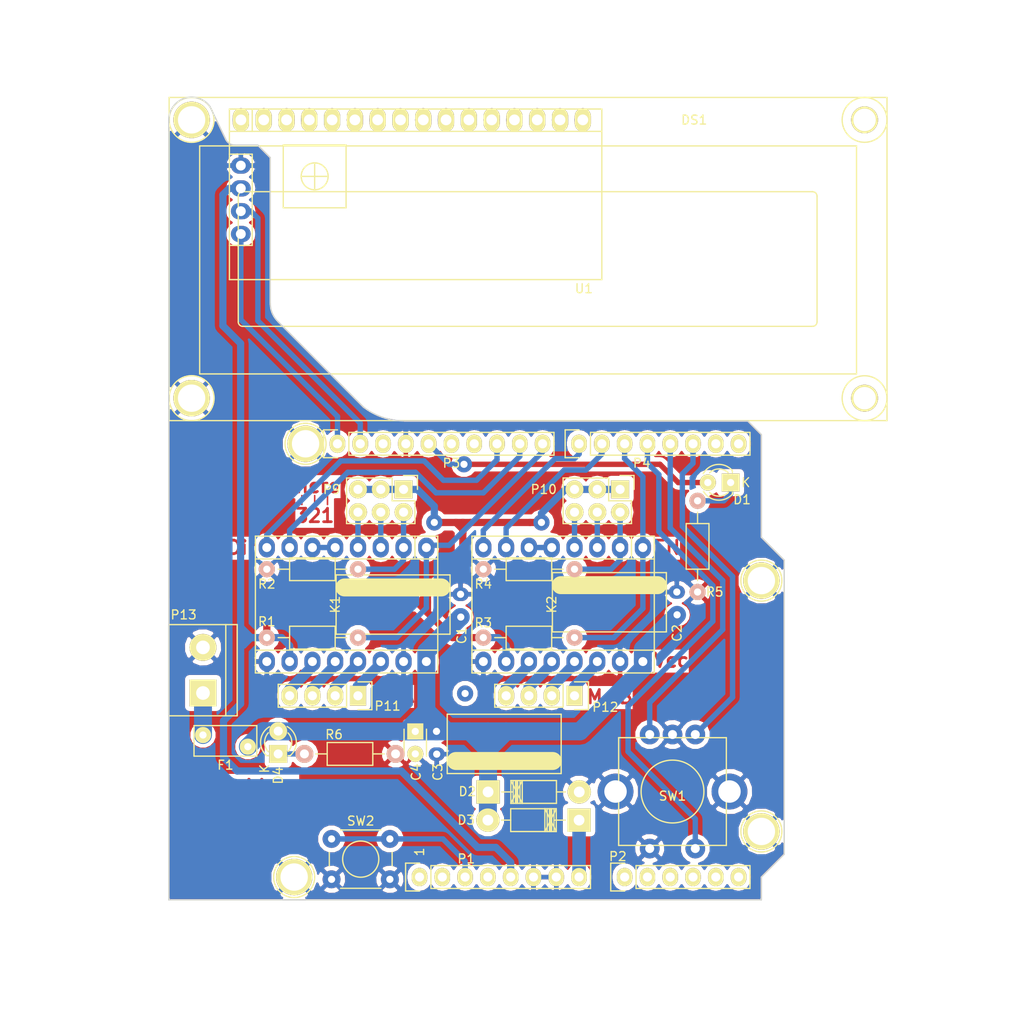
<source format=kicad_pcb>
(kicad_pcb (version 4) (host pcbnew 4.0.4+e1-6308~48~ubuntu14.04.1-stable)
  (title_block (title "Shield coil winder for arduino UNO") (date 2016-10-09) (rev v1.1) (comment 1 "Author : Jonathan IAPICCO ") (comment 2 "Correction footprint rotary encoder") (comment 3 "Adding power status LED"))
  (layers (0 F.Cu signal) (31 B.Cu signal) (37 F.SilkS user) (44 Edge.Cuts user))
  (net 0 "")
  (net 1 /IOREF)
  (net 2 +5V)
  (net 3 GND)
  (net 4 /A0)
  (net 5 /A1)
  (net 6 /A2)
  (net 7 /A3)
  (net 8 /AREF)
  (net 9 "/A4(SDA)")
  (net 10 "/A5(SCL)")
  (net 11 "/1(Tx)")
  (net 12 "/0(Rx)")
  (net 13 "Net-(P1-Pad1)")
  (net 14 "/12(MISO)")
  (net 15 "/11(**/MOSI)")
  (net 16 VCC)
  (net 17 "Net-(D1-Pad1)")
  (net 18 "/LED_13(SCK)")
  (net 19 Vin)
  (net 20 "Net-(DS1-Pad1)")
  (net 21 "Net-(DS1-Pad2)")
  (net 22 "Net-(DS1-Pad3)")
  (net 23 "Net-(DS1-Pad4)")
  (net 24 "Net-(DS1-Pad5)")
  (net 25 "Net-(DS1-Pad6)")
  (net 26 "Net-(DS1-Pad7)")
  (net 27 "Net-(DS1-Pad8)")
  (net 28 "Net-(DS1-Pad9)")
  (net 29 "Net-(DS1-Pad10)")
  (net 30 "Net-(DS1-Pad11)")
  (net 31 "Net-(DS1-Pad12)")
  (net 32 "Net-(DS1-Pad13)")
  (net 33 "Net-(DS1-Pad14)")
  (net 34 "Net-(DS1-Pad15)")
  (net 35 "Net-(DS1-Pad16)")
  (net 36 "Net-(F1-Pad1)")
  (net 37 "Net-(K1-Pad2)")
  (net 38 "Net-(K1-Pad3)")
  (net 39 "Net-(K1-Pad4)")
  (net 40 "Net-(K1-Pad5)")
  (net 41 "Net-(K1-Pad11)")
  (net 42 "Net-(K1-Pad12)")
  (net 43 "Net-(K1-Pad13)")
  (net 44 "Net-(K1-Pad14)")
  (net 45 "Net-(K2-Pad2)")
  (net 46 "Net-(K2-Pad3)")
  (net 47 "Net-(K2-Pad4)")
  (net 48 "Net-(K2-Pad5)")
  (net 49 "Net-(K2-Pad11)")
  (net 50 "Net-(K2-Pad12)")
  (net 51 "Net-(K2-Pad13)")
  (net 52 "Net-(K2-Pad14)")
  (net 53 RESET)
  (net 54 "Net-(P1-Pad4)")
  (net 55 /SW-ENC_4)
  (net 56 /IT_3)
  (net 57 /IT_2)
  (net 58 /A4)
  (net 59 /A5)
  (net 60 "Net-(D4-Pad1)")
  (net 61 /EN-A_8)
  (net 62 /STEP-A_9)
  (net 63 /DIR-A_10)
  (net 64 /EN-B_5)
  (net 65 /STEP-B_6)
  (net 66 /DIR-B_7)
  (module mod:Rotary_encoder-ALPS (layer F.Cu) (at 167.132 114.3)
    (fp_text reference SW1 (at 0 0.5) (layer F.SilkS))
    (fp_text value ROTARY_ENCODER_SWITCH)
    (pad 1 thru_hole circle (at 2.54 -6.35) (size 2.2 2.2) (drill 1) (layers *.Cu *.Mask) (net 57 /IT_2))
    (pad 2 thru_hole circle (at 0 -6.35) (size 2.2 2.2) (drill 1) (layers *.Cu *.Mask) (net 3 GND))
    (pad 3 thru_hole circle (at -2.54 -6.35) (size 2.2 2.2) (drill 1) (layers *.Cu *.Mask) (net 56 /IT_3))
    (pad 4 thru_hole circle (at 2.54 6.35) (size 2.2 2.2) (drill 1) (layers *.Cu *.Mask) (net 55 /SW-ENC_4))
    (pad 5 thru_hole circle (at -2.54 6.35) (size 2.2 2.2) (drill 1) (layers *.Cu *.Mask) (net 3 GND))
    (pad 5 thru_hole circle (at 6.35 0) (size 4 4) (drill 2.5) (layers *.Cu *.Mask) (net 3 GND))
    (pad 2 thru_hole circle (at -6.35 0) (size 4 4) (drill 2.5) (layers *.Cu *.Mask) (net 3 GND))
  )
  (module Socket_Arduino_Uno:Socket_Strip_Arduino_1x08 (layer F.Cu) (at 138.938 123.825)
    (fp_text reference P1 (at 5.207 -2.032) (layer F.SilkS))
    (fp_text value Power)
    (pad 1 thru_hole oval (at 0 0) (size 1.7272 2.032) (drill 1.016) (layers *.Cu *.Mask F.SilkS) (net 13 "Net-(P1-Pad1)"))
    (pad 2 thru_hole oval (at 2.54 0) (size 1.7272 2.032) (drill 1.016) (layers *.Cu *.Mask F.SilkS) (net 1 /IOREF))
    (pad 3 thru_hole oval (at 5.08 0) (size 1.7272 2.032) (drill 1.016) (layers *.Cu *.Mask F.SilkS) (net 53 RESET))
    (pad 4 thru_hole oval (at 7.62 0) (size 1.7272 2.032) (drill 1.016) (layers *.Cu *.Mask F.SilkS) (net 54 "Net-(P1-Pad4)"))
    (pad 5 thru_hole oval (at 10.16 0) (size 1.7272 2.032) (drill 1.016) (layers *.Cu *.Mask F.SilkS) (net 2 +5V))
    (pad 6 thru_hole oval (at 12.7 0) (size 1.7272 2.032) (drill 1.016) (layers *.Cu *.Mask F.SilkS) (net 3 GND))
    (pad 7 thru_hole oval (at 15.24 0) (size 1.7272 2.032) (drill 1.016) (layers *.Cu *.Mask F.SilkS) (net 3 GND))
    (pad 8 thru_hole oval (at 17.78 0) (size 1.7272 2.032) (drill 1.016) (layers *.Cu *.Mask F.SilkS) (net 19 Vin))
  )
  (module Socket_Arduino_Uno:Socket_Strip_Arduino_1x06 (layer F.Cu) (at 161.798 123.825)
    (fp_text reference P2 (at -0.762 -2.286) (layer F.SilkS))
    (fp_text value Analog)
    (pad 1 thru_hole oval (at 0 0) (size 1.7272 2.032) (drill 1.016) (layers *.Cu *.Mask F.SilkS) (net 4 /A0))
    (pad 2 thru_hole oval (at 2.54 0) (size 1.7272 2.032) (drill 1.016) (layers *.Cu *.Mask F.SilkS) (net 5 /A1))
    (pad 3 thru_hole oval (at 5.08 0) (size 1.7272 2.032) (drill 1.016) (layers *.Cu *.Mask F.SilkS) (net 6 /A2))
    (pad 4 thru_hole oval (at 7.62 0) (size 1.7272 2.032) (drill 1.016) (layers *.Cu *.Mask F.SilkS) (net 7 /A3))
    (pad 5 thru_hole oval (at 10.16 0) (size 1.7272 2.032) (drill 1.016) (layers *.Cu *.Mask F.SilkS) (net 58 /A4))
    (pad 6 thru_hole oval (at 12.7 0) (size 1.7272 2.032) (drill 1.016) (layers *.Cu *.Mask F.SilkS) (net 59 /A5))
  )
  (module Socket_Arduino_Uno:Socket_Strip_Arduino_1x10 (layer F.Cu) (at 129.794 75.565)
    (fp_text reference P3 (at 12.7 2.159) (layer F.SilkS))
    (fp_text value Digital)
    (pad 1 thru_hole oval (at 0 0) (size 1.7272 2.032) (drill 1.016) (layers *.Cu *.Mask F.SilkS) (net 10 "/A5(SCL)"))
    (pad 2 thru_hole oval (at 2.54 0) (size 1.7272 2.032) (drill 1.016) (layers *.Cu *.Mask F.SilkS) (net 9 "/A4(SDA)"))
    (pad 3 thru_hole oval (at 5.08 0) (size 1.7272 2.032) (drill 1.016) (layers *.Cu *.Mask F.SilkS) (net 8 /AREF))
    (pad 4 thru_hole oval (at 7.62 0) (size 1.7272 2.032) (drill 1.016) (layers *.Cu *.Mask F.SilkS) (net 3 GND))
    (pad 5 thru_hole oval (at 10.16 0) (size 1.7272 2.032) (drill 1.016) (layers *.Cu *.Mask F.SilkS) (net 18 "/LED_13(SCK)"))
    (pad 6 thru_hole oval (at 12.7 0) (size 1.7272 2.032) (drill 1.016) (layers *.Cu *.Mask F.SilkS) (net 14 "/12(MISO)"))
    (pad 7 thru_hole oval (at 15.24 0) (size 1.7272 2.032) (drill 1.016) (layers *.Cu *.Mask F.SilkS) (net 15 "/11(**/MOSI)"))
    (pad 8 thru_hole oval (at 17.78 0) (size 1.7272 2.032) (drill 1.016) (layers *.Cu *.Mask F.SilkS) (net 63 /DIR-A_10))
    (pad 9 thru_hole oval (at 20.32 0) (size 1.7272 2.032) (drill 1.016) (layers *.Cu *.Mask F.SilkS) (net 62 /STEP-A_9))
    (pad 10 thru_hole oval (at 22.86 0) (size 1.7272 2.032) (drill 1.016) (layers *.Cu *.Mask F.SilkS) (net 61 /EN-A_8))
  )
  (module Socket_Arduino_Uno:Socket_Strip_Arduino_1x08 (layer F.Cu) (at 156.718 75.565)
    (fp_text reference P4 (at 6.985 2.159) (layer F.SilkS))
    (fp_text value Digital)
    (pad 1 thru_hole oval (at 0 0) (size 1.7272 2.032) (drill 1.016) (layers *.Cu *.Mask F.SilkS) (net 66 /DIR-B_7))
    (pad 2 thru_hole oval (at 2.54 0) (size 1.7272 2.032) (drill 1.016) (layers *.Cu *.Mask F.SilkS) (net 65 /STEP-B_6))
    (pad 3 thru_hole oval (at 5.08 0) (size 1.7272 2.032) (drill 1.016) (layers *.Cu *.Mask F.SilkS) (net 64 /EN-B_5))
    (pad 4 thru_hole oval (at 7.62 0) (size 1.7272 2.032) (drill 1.016) (layers *.Cu *.Mask F.SilkS) (net 55 /SW-ENC_4))
    (pad 5 thru_hole oval (at 10.16 0) (size 1.7272 2.032) (drill 1.016) (layers *.Cu *.Mask F.SilkS) (net 56 /IT_3))
    (pad 6 thru_hole oval (at 12.7 0) (size 1.7272 2.032) (drill 1.016) (layers *.Cu *.Mask F.SilkS) (net 57 /IT_2))
    (pad 7 thru_hole oval (at 15.24 0) (size 1.7272 2.032) (drill 1.016) (layers *.Cu *.Mask F.SilkS) (net 11 "/1(Tx)"))
    (pad 8 thru_hole oval (at 17.78 0) (size 1.7272 2.032) (drill 1.016) (layers *.Cu *.Mask F.SilkS) (net 12 "/0(Rx)"))
  )
  (module Socket_Arduino_Uno:Arduino_1pin (layer F.Cu) (at 124.968 123.825)
    (fp_text reference P5 hide)
    (fp_text value CONN_01X01 hide)
    (pad 1 thru_hole circle (at 0 0) (size 4.064 4.064) (drill 3.048) (layers *.Cu *.Mask F.SilkS) (net 3 GND))
  )
  (module Socket_Arduino_Uno:Arduino_1pin (layer F.Cu) (at 177.038 118.745)
    (fp_text reference P6 hide)
    (fp_text value CONN_01X01 hide)
    (pad 1 thru_hole circle (at 0 0) (size 4.064 4.064) (drill 3.048) (layers *.Cu *.Mask F.SilkS) (net 3 GND))
  )
  (module Socket_Arduino_Uno:Arduino_1pin (layer F.Cu) (at 126.238 75.565)
    (fp_text reference P7 hide)
    (fp_text value CONN_01X01 hide)
    (pad 1 thru_hole circle (at 0 0) (size 4.064 4.064) (drill 3.048) (layers *.Cu *.Mask F.SilkS) (net 3 GND))
  )
  (module Socket_Arduino_Uno:Arduino_1pin (layer F.Cu) (at 177.038 90.805)
    (fp_text reference P8 hide)
    (fp_text value CONN_01X01 hide)
    (pad 1 thru_hole circle (at 0 0) (size 4.064 4.064) (drill 3.048) (layers *.Cu *.Mask F.SilkS) (net 3 GND))
  )
  (module Capacitors_ThroughHole:C_Disc_D3_P2.5 (layer F.Cu) (at 138.466 107.605 270)
    (fp_text reference C4 (at 4.536 -0.091 270) (layer F.SilkS))
    (fp_text value 100nF)
    (pad 1 thru_hole rect (at 0 0 270) (size 1.8 1.8) (drill 0.8) (layers *.Cu *.Mask F.SilkS) (net 16 VCC))
    (pad 2 thru_hole circle (at 2.5 0 270) (size 1.8 1.8) (drill 0.8) (layers *.Cu *.Mask F.SilkS) (net 3 GND))
  )
  (module LEDs:LED-3MM (layer F.Cu) (at 173.609 79.883 180)
    (fp_text reference D1 (at -1.27 -1.905 180) (layer F.SilkS))
    (fp_text value LED)
    (fp_text user K (at -1.69 0 180) (layer F.SilkS))
    (pad 1 thru_hole rect (at 0 0 270) (size 2 2) (drill 0.8) (layers *.Cu *.Mask F.SilkS) (net 17 "Net-(D1-Pad1)"))
    (pad 2 thru_hole circle (at 2.54 0 180) (size 1.8 1.8) (drill 0.8) (layers *.Cu *.Mask F.SilkS) (net 18 "/LED_13(SCK)"))
  )
  (module Diodes_ThroughHole:Diode_DO-41_SOD81_Horizontal_RM10 (layer F.Cu) (at 146.578 114.34754)
    (fp_text reference D2 (at -2.306 -0.04754) (layer F.SilkS))
    (fp_text value 1N4004)
    (pad 2 thru_hole circle (at 10.16 -0.00254 180) (size 2.6 2.6) (drill 1.2) (layers *.Cu *.Mask F.SilkS) (net 3 GND))
    (pad 1 thru_hole rect (at 0 -0.00254 180) (size 2.6 2.6) (drill 1.2) (layers *.Cu *.Mask F.SilkS) (net 16 VCC))
  )
  (module Diodes_ThroughHole:Diode_DO-41_SOD81_Horizontal_RM10 (layer F.Cu) (at 156.718 117.48246 180)
    (fp_text reference D3 (at 12.573 0.00746 180) (layer F.SilkS))
    (fp_text value 1N4004)
    (pad 2 thru_hole circle (at 10.16 -0.00254) (size 2.6 2.6) (drill 1.2) (layers *.Cu *.Mask F.SilkS) (net 16 VCC))
    (pad 1 thru_hole rect (at 0 -0.00254) (size 2.6 2.6) (drill 1.2) (layers *.Cu *.Mask F.SilkS) (net 19 Vin))
  )
  (module Display:WC1602A (layer F.Cu) (at 119.0371 39.4843)
    (fp_text reference DS1 (at 50.5079 0.0127) (layer F.SilkS))
    (fp_text value LCD16X2)
    (pad 1 thru_hole oval (at 0 0) (size 1.8 2.6) (drill 1.2) (layers *.Cu *.Mask F.SilkS) (net 20 "Net-(DS1-Pad1)"))
    (pad 2 thru_hole oval (at 2.54 0) (size 1.8 2.6) (drill 1.2) (layers *.Cu *.Mask F.SilkS) (net 21 "Net-(DS1-Pad2)"))
    (pad 3 thru_hole oval (at 5.08 0) (size 1.8 2.6) (drill 1.2) (layers *.Cu *.Mask F.SilkS) (net 22 "Net-(DS1-Pad3)"))
    (pad 4 thru_hole oval (at 7.62 0) (size 1.8 2.6) (drill 1.2) (layers *.Cu *.Mask F.SilkS) (net 23 "Net-(DS1-Pad4)"))
    (pad 5 thru_hole oval (at 10.16 0) (size 1.8 2.6) (drill 1.2) (layers *.Cu *.Mask F.SilkS) (net 24 "Net-(DS1-Pad5)"))
    (pad 6 thru_hole oval (at 12.7 0) (size 1.8 2.6) (drill 1.2) (layers *.Cu *.Mask F.SilkS) (net 25 "Net-(DS1-Pad6)"))
    (pad 7 thru_hole oval (at 15.24 0) (size 1.8 2.6) (drill 1.2) (layers *.Cu *.Mask F.SilkS) (net 26 "Net-(DS1-Pad7)"))
    (pad 8 thru_hole oval (at 17.78 0) (size 1.8 2.6) (drill 1.2) (layers *.Cu *.Mask F.SilkS) (net 27 "Net-(DS1-Pad8)"))
    (pad 9 thru_hole oval (at 20.32 0) (size 1.8 2.6) (drill 1.2) (layers *.Cu *.Mask F.SilkS) (net 28 "Net-(DS1-Pad9)"))
    (pad 10 thru_hole oval (at 22.86 0) (size 1.8 2.6) (drill 1.2) (layers *.Cu *.Mask F.SilkS) (net 29 "Net-(DS1-Pad10)"))
    (pad 11 thru_hole oval (at 25.4 0) (size 1.8 2.6) (drill 1.2) (layers *.Cu *.Mask F.SilkS) (net 30 "Net-(DS1-Pad11)"))
    (pad 12 thru_hole oval (at 27.94 0) (size 1.8 2.6) (drill 1.2) (layers *.Cu *.Mask F.SilkS) (net 31 "Net-(DS1-Pad12)"))
    (pad 13 thru_hole oval (at 30.48 0) (size 1.8 2.6) (drill 1.2) (layers *.Cu *.Mask F.SilkS) (net 32 "Net-(DS1-Pad13)"))
    (pad 14 thru_hole oval (at 33.02 0) (size 1.8 2.6) (drill 1.2) (layers *.Cu *.Mask F.SilkS) (net 33 "Net-(DS1-Pad14)"))
    (pad 15 thru_hole oval (at 35.56 0) (size 1.8 2.6) (drill 1.2) (layers *.Cu *.Mask F.SilkS) (net 34 "Net-(DS1-Pad15)"))
    (pad 16 thru_hole oval (at 38.1 0) (size 1.8 2.6) (drill 1.2) (layers *.Cu *.Mask F.SilkS) (net 35 "Net-(DS1-Pad16)"))
    (pad 0 thru_hole circle (at -5.4991 0) (size 4.064 4.064) (drill 3.048) (layers *.Cu *.Mask F.SilkS) (net 3 GND))
    (pad 0 thru_hole circle (at -5.4991 31.0007) (size 4.064 4.064) (drill 3.048) (layers *.Cu *.Mask F.SilkS) (net 3 GND))
    (pad 0 thru_hole circle (at 69.49948 31.0007) (size 3 3) (drill 2.5) (layers *.Cu *.Mask F.SilkS))
    (pad 0 thru_hole circle (at 69.49948 0) (size 3 3) (drill 2.5) (layers *.Cu *.Mask F.SilkS))
  )
  (module Varistors:RV_Disc_D7_W3.4_P5 (layer F.Cu) (at 114.808 108.005)
    (fp_text reference F1 (at 2.5 3.35) (layer F.SilkS))
    (fp_text value MF-R050)
    (pad 1 thru_hole circle (at 0 0) (size 1.8 1.8) (drill 0.8) (layers *.Cu *.Mask F.SilkS) (net 36 "Net-(F1-Pad1)"))
    (pad 2 thru_hole circle (at 5 1.3) (size 1.8 1.8) (drill 0.8) (layers *.Cu *.Mask F.SilkS) (net 16 VCC))
  )
  (module Resistors_ThroughHole:Resistor_Horizontal_RM10mm (layer F.Cu) (at 121.92 97.155)
    (fp_text reference R1 (at 0 -1.778) (layer F.SilkS))
    (fp_text value 10K)
    (pad 1 thru_hole circle (at 0 0) (size 1.8 1.8) (drill 0.8) (layers *.Cu *.SilkS *.Mask) (net 2 +5V))
    (pad 2 thru_hole circle (at 10.16 0) (size 1.8 1.8) (drill 0.8) (layers *.Cu *.SilkS *.Mask) (net 61 /EN-A_8))
  )
  (module Resistors_ThroughHole:Resistor_Horizontal_RM10mm (layer F.Cu) (at 132.08 89.535 180)
    (fp_text reference R2 (at 10.16 -1.651 180) (layer F.SilkS))
    (fp_text value 100K)
    (pad 1 thru_hole circle (at 0 0 180) (size 1.8 1.8) (drill 0.8) (layers *.Cu *.SilkS *.Mask) (net 37 "Net-(K1-Pad2)"))
    (pad 2 thru_hole circle (at 10.16 0 180) (size 1.8 1.8) (drill 0.8) (layers *.Cu *.SilkS *.Mask) (net 3 GND))
  )
  (module Resistors_ThroughHole:Resistor_Horizontal_RM10mm (layer F.Cu) (at 146.05 97.155)
    (fp_text reference R3 (at 0 -1.651 180) (layer F.SilkS))
    (fp_text value 10K)
    (pad 1 thru_hole circle (at 0 0) (size 1.8 1.8) (drill 0.8) (layers *.Cu *.SilkS *.Mask) (net 2 +5V))
    (pad 2 thru_hole circle (at 10.16 0) (size 1.8 1.8) (drill 0.8) (layers *.Cu *.SilkS *.Mask) (net 64 /EN-B_5))
  )
  (module Resistors_ThroughHole:Resistor_Horizontal_RM10mm (layer F.Cu) (at 156.21 89.535 180)
    (fp_text reference R4 (at 10.16 -1.651 180) (layer F.SilkS))
    (fp_text value 100K)
    (pad 1 thru_hole circle (at 0 0 180) (size 1.8 1.8) (drill 0.8) (layers *.Cu *.SilkS *.Mask) (net 45 "Net-(K2-Pad2)"))
    (pad 2 thru_hole circle (at 10.16 0 180) (size 1.8 1.8) (drill 0.8) (layers *.Cu *.SilkS *.Mask) (net 3 GND))
  )
  (module Resistors_ThroughHole:Resistor_Horizontal_RM10mm (layer F.Cu) (at 169.926 92.075 90)
    (fp_text reference R5 (at 0 1.905 180) (layer F.SilkS))
    (fp_text value 1K)
    (pad 1 thru_hole circle (at 0 0 90) (size 1.8 1.8) (drill 0.8) (layers *.Cu *.SilkS *.Mask) (net 3 GND))
    (pad 2 thru_hole circle (at 10.16 0 90) (size 1.8 1.8) (drill 0.8) (layers *.Cu *.SilkS *.Mask) (net 17 "Net-(D1-Pad1)"))
  )
  (module Buttons_Switches_ThroughHole:SW_PUSH_6mm (layer F.Cu) (at 129.136 119.579)
    (fp_text reference SW2 (at 3.25 -2) (layer F.SilkS))
    (fp_text value SW_PUSH)
    (pad 2 thru_hole circle (at 0 4.5 90) (size 2 2) (drill 0.8) (layers *.Cu *.Mask) (net 3 GND))
    (pad 1 thru_hole circle (at 0 0 90) (size 2 2) (drill 0.8) (layers *.Cu *.Mask) (net 53 RESET))
    (pad 2 thru_hole circle (at 6.5 4.5 90) (size 2 2) (drill 0.8) (layers *.Cu *.Mask) (net 3 GND))
    (pad 1 thru_hole circle (at 6.5 0 90) (size 2 2) (drill 0.8) (layers *.Cu *.Mask) (net 53 RESET))
  )
  (module mod:C_Horiz_15.5x6.5 (layer F.Cu) (at 143.5354 94.869 90)
    (fp_text reference C1 (at -2.032 0.1016 270) (layer F.SilkS))
    (fp_text value 100uF)
    (pad 1 thru_hole oval (at 0 0 90) (size 1.5 1.8) (drill 0.8) (layers *.Cu *.Mask) (net 16 VCC))
    (pad 2 thru_hole oval (at 2.54 -0.0254 90) (size 1.5 1.8) (drill 0.8) (layers *.Cu *.Mask) (net 3 GND))
  )
  (module mod:C_Horiz_15.5x6.5 (layer F.Cu) (at 167.64 94.615 90)
    (fp_text reference C2 (at -2.032 0 90) (layer F.SilkS))
    (fp_text value 100uF)
    (pad 1 thru_hole oval (at 0 0 90) (size 1.5 1.8) (drill 0.8) (layers *.Cu *.Mask) (net 16 VCC))
    (pad 2 thru_hole oval (at 2.54 -0.0254 90) (size 1.5 1.8) (drill 0.8) (layers *.Cu *.Mask) (net 3 GND))
  )
  (module mod:C_Horiz_15.5x6.5 (layer F.Cu) (at 140.8306 107.595 270)
    (fp_text reference C3 (at 4.546 -0.1394 270) (layer F.SilkS))
    (fp_text value 100uF)
    (pad 1 thru_hole oval (at 0 0 270) (size 1.5 1.8) (drill 0.8) (layers *.Cu *.Mask) (net 16 VCC))
    (pad 2 thru_hole oval (at 2.54 -0.0254 270) (size 1.5 1.8) (drill 0.8) (layers *.Cu *.Mask) (net 3 GND))
  )
  (module Connect:bornier2 (layer F.Cu) (at 114.808 100.785 90)
    (fp_text reference P13 (at 6.17 -2.159 180) (layer F.SilkS))
    (fp_text value ALIM_EXT)
    (pad 1 thru_hole rect (at -2.54 0 90) (size 3 3) (drill 1.524) (layers *.Cu *.Mask F.SilkS) (net 36 "Net-(F1-Pad1)"))
    (pad 2 thru_hole circle (at 2.54 0 90) (size 3 3) (drill 1.524) (layers *.Cu *.Mask F.SilkS) (net 3 GND))
  )
  (module mod:PCF8574_Board (layer F.Cu) (at 117.7544 57.277)
    (fp_text reference U1 (at 39.5 1) (layer F.SilkS))
    (fp_text value i2C_LCD-PCF8574)
    (pad 1 thru_hole circle (at 1.27 -17.78) (size 1.8 1.8) (drill 0.8) (layers *.Cu *.Mask) (net 20 "Net-(DS1-Pad1)"))
    (pad 17 thru_hole oval (at 1.27 -5.08) (size 2.2 1.8) (drill 1.1) (layers *.Cu *.Mask) (net 10 "/A5(SCL)"))
    (pad 2 thru_hole circle (at 3.81 -17.78) (size 1.8 1.8) (drill 0.8) (layers *.Cu *.Mask) (net 21 "Net-(DS1-Pad2)"))
    (pad 3 thru_hole circle (at 6.35 -17.78) (size 1.8 1.8) (drill 0.8) (layers *.Cu *.Mask) (net 22 "Net-(DS1-Pad3)"))
    (pad 4 thru_hole circle (at 8.89 -17.78) (size 1.8 1.8) (drill 0.8) (layers *.Cu *.Mask) (net 23 "Net-(DS1-Pad4)"))
    (pad 5 thru_hole circle (at 11.43 -17.78) (size 1.8 1.8) (drill 0.8) (layers *.Cu *.Mask) (net 24 "Net-(DS1-Pad5)"))
    (pad 6 thru_hole circle (at 13.97 -17.78) (size 1.8 1.8) (drill 0.8) (layers *.Cu *.Mask) (net 25 "Net-(DS1-Pad6)"))
    (pad 7 thru_hole circle (at 16.51 -17.78) (size 1.8 1.8) (drill 0.8) (layers *.Cu *.Mask) (net 26 "Net-(DS1-Pad7)"))
    (pad 8 thru_hole circle (at 19.05 -17.78) (size 1.8 1.8) (drill 0.8) (layers *.Cu *.Mask) (net 27 "Net-(DS1-Pad8)"))
    (pad 9 thru_hole circle (at 21.59 -17.78) (size 1.8 1.8) (drill 0.8) (layers *.Cu *.Mask) (net 28 "Net-(DS1-Pad9)"))
    (pad 10 thru_hole circle (at 24.13 -17.78) (size 1.8 1.8) (drill 0.8) (layers *.Cu *.Mask) (net 29 "Net-(DS1-Pad10)"))
    (pad 11 thru_hole circle (at 26.67 -17.78) (size 1.8 1.8) (drill 0.8) (layers *.Cu *.Mask) (net 30 "Net-(DS1-Pad11)"))
    (pad 12 thru_hole circle (at 29.21 -17.78) (size 1.8 1.8) (drill 0.8) (layers *.Cu *.Mask) (net 31 "Net-(DS1-Pad12)"))
    (pad 13 thru_hole circle (at 31.75 -17.78) (size 1.8 1.8) (drill 0.8) (layers *.Cu *.Mask) (net 32 "Net-(DS1-Pad13)"))
    (pad 14 thru_hole circle (at 34.29 -17.78) (size 1.8 1.8) (drill 0.8) (layers *.Cu *.Mask) (net 33 "Net-(DS1-Pad14)"))
    (pad 15 thru_hole circle (at 36.83 -17.78) (size 1.8 1.8) (drill 0.8) (layers *.Cu *.Mask) (net 34 "Net-(DS1-Pad15)"))
    (pad 16 thru_hole circle (at 39.37 -17.78) (size 1.8 1.8) (drill 0.8) (layers *.Cu *.Mask) (net 35 "Net-(DS1-Pad16)"))
    (pad 18 thru_hole oval (at 1.27 -7.62) (size 2.2 1.8) (drill 1.1) (layers *.Cu *.Mask) (net 9 "/A4(SDA)"))
    (pad 19 thru_hole oval (at 1.27 -10.16) (size 2.2 1.8) (drill 1.1) (layers *.Cu *.Mask) (net 2 +5V))
    (pad 20 thru_hole oval (at 1.27 -12.7) (size 2.2 1.8) (drill 1.1) (layers *.Cu *.Mask) (net 3 GND))
  )
  (module LEDs:LED-3MM (layer F.Cu) (at 123.19 110.109 90)
    (fp_text reference D4 (at -2.413 0 90) (layer F.SilkS))
    (fp_text value LED)
    (fp_text user K (at -1.651 -1.524 90) (layer F.SilkS))
    (pad 1 thru_hole rect (at 0 0 180) (size 2 2) (drill 1.00076) (layers *.Cu *.Mask F.SilkS) (net 60 "Net-(D4-Pad1)"))
    (pad 2 thru_hole circle (at 2.54 0 90) (size 2 2) (drill 1.00076) (layers *.Cu *.Mask F.SilkS) (net 16 VCC))
  )
  (module Resistors_ThroughHole:Resistor_Horizontal_RM10mm (layer F.Cu) (at 136.271 110.109 180)
    (fp_text reference R6 (at 6.858 2.159 180) (layer F.SilkS))
    (fp_text value 10K)
    (pad 1 thru_hole circle (at 0 0 180) (size 1.99898 1.99898) (drill 1.00076) (layers *.Cu *.SilkS *.Mask) (net 3 GND))
    (pad 2 thru_hole circle (at 10.16 0 180) (size 1.99898 1.99898) (drill 1.00076) (layers *.Cu *.SilkS *.Mask) (net 60 "Net-(D4-Pad1)"))
  )
  (module mod:Driver_Socket (layer F.Cu) (at 130.81 93.472 270)
    (fp_text reference K1 (at 0 1.27 270) (layer F.SilkS))
    (fp_text value SOCKET_DRIVER_A)
    (pad 1 thru_hole oval (at -6.35 -8.89 270) (size 2.2 1.8) (drill 1) (layers *.Cu *.Mask) (net 61 /EN-A_8))
    (pad 2 thru_hole oval (at -6.35 -6.35 270) (size 2.2 1.8) (drill 1) (layers *.Cu *.Mask) (net 37 "Net-(K1-Pad2)"))
    (pad 3 thru_hole oval (at -6.35 -3.81 270) (size 2.2 1.8) (drill 1) (layers *.Cu *.Mask) (net 38 "Net-(K1-Pad3)"))
    (pad 4 thru_hole oval (at -6.35 -1.27 270) (size 2.2 1.8) (drill 1) (layers *.Cu *.Mask) (net 39 "Net-(K1-Pad4)"))
    (pad 5 thru_hole oval (at -6.35 1.27 270) (size 2.2 1.8) (drill 1) (layers *.Cu *.Mask) (net 40 "Net-(K1-Pad5)"))
    (pad 6 thru_hole oval (at -6.35 3.81 270) (size 2.2 1.8) (drill 1) (layers *.Cu *.Mask) (net 40 "Net-(K1-Pad5)"))
    (pad 7 thru_hole oval (at -6.35 6.35 270) (size 2.2 1.8) (drill 1) (layers *.Cu *.Mask) (net 62 /STEP-A_9))
    (pad 8 thru_hole oval (at -6.35 8.89 270) (size 2.2 1.8) (drill 1) (layers *.Cu *.Mask) (net 63 /DIR-A_10))
    (pad 9 thru_hole oval (at 6.35 -8.89 270) (size 2.2 1.8) (drill 1) (layers *.Cu *.Mask) (net 16 VCC))
    (pad 10 thru_hole oval (at 6.35 -6.35 270) (size 2.2 1.8) (drill 1) (layers *.Cu *.Mask) (net 3 GND))
    (pad 11 thru_hole oval (at 6.35 -3.81 270) (size 2.2 1.8) (drill 1) (layers *.Cu *.Mask) (net 41 "Net-(K1-Pad11)"))
    (pad 12 thru_hole oval (at 6.35 -1.27 270) (size 2.2 1.8) (drill 1) (layers *.Cu *.Mask) (net 42 "Net-(K1-Pad12)"))
    (pad 13 thru_hole oval (at 6.35 1.27 270) (size 2.2 1.8) (drill 1) (layers *.Cu *.Mask) (net 43 "Net-(K1-Pad13)"))
    (pad 14 thru_hole oval (at 6.35 3.81 270) (size 2.2 1.8) (drill 1) (layers *.Cu *.Mask) (net 44 "Net-(K1-Pad14)"))
    (pad 15 thru_hole oval (at 6.35 6.35 270) (size 2.2 1.8) (drill 1) (layers *.Cu *.Mask) (net 2 +5V))
    (pad 16 thru_hole oval (at 6.35 8.89 270) (size 2.2 1.8) (drill 1) (layers *.Cu *.Mask) (net 3 GND))
  )
  (module mod:Driver_Socket (layer F.Cu) (at 154.94 93.472 270)
    (fp_text reference K2 (at 0 1.27 270) (layer F.SilkS))
    (fp_text value SOCKET_DRIVER_B)
    (pad 1 thru_hole oval (at -6.35 -8.89 270) (size 2.2 1.8) (drill 1) (layers *.Cu *.Mask) (net 64 /EN-B_5))
    (pad 2 thru_hole oval (at -6.35 -6.35 270) (size 2.2 1.8) (drill 1) (layers *.Cu *.Mask) (net 45 "Net-(K2-Pad2)"))
    (pad 3 thru_hole oval (at -6.35 -3.81 270) (size 2.2 1.8) (drill 1) (layers *.Cu *.Mask) (net 46 "Net-(K2-Pad3)"))
    (pad 4 thru_hole oval (at -6.35 -1.27 270) (size 2.2 1.8) (drill 1) (layers *.Cu *.Mask) (net 47 "Net-(K2-Pad4)"))
    (pad 5 thru_hole oval (at -6.35 1.27 270) (size 2.2 1.8) (drill 1) (layers *.Cu *.Mask) (net 48 "Net-(K2-Pad5)"))
    (pad 6 thru_hole oval (at -6.35 3.81 270) (size 2.2 1.8) (drill 1) (layers *.Cu *.Mask) (net 48 "Net-(K2-Pad5)"))
    (pad 7 thru_hole oval (at -6.35 6.35 270) (size 2.2 1.8) (drill 1) (layers *.Cu *.Mask) (net 65 /STEP-B_6))
    (pad 8 thru_hole oval (at -6.35 8.89 270) (size 2.2 1.8) (drill 1) (layers *.Cu *.Mask) (net 66 /DIR-B_7))
    (pad 9 thru_hole oval (at 6.35 -8.89 270) (size 2.2 1.8) (drill 1) (layers *.Cu *.Mask) (net 16 VCC))
    (pad 10 thru_hole oval (at 6.35 -6.35 270) (size 2.2 1.8) (drill 1) (layers *.Cu *.Mask) (net 3 GND))
    (pad 11 thru_hole oval (at 6.35 -3.81 270) (size 2.2 1.8) (drill 1) (layers *.Cu *.Mask) (net 49 "Net-(K2-Pad11)"))
    (pad 12 thru_hole oval (at 6.35 -1.27 270) (size 2.2 1.8) (drill 1) (layers *.Cu *.Mask) (net 50 "Net-(K2-Pad12)"))
    (pad 13 thru_hole oval (at 6.35 1.27 270) (size 2.2 1.8) (drill 1) (layers *.Cu *.Mask) (net 51 "Net-(K2-Pad13)"))
    (pad 14 thru_hole oval (at 6.35 3.81 270) (size 2.2 1.8) (drill 1) (layers *.Cu *.Mask) (net 52 "Net-(K2-Pad14)"))
    (pad 15 thru_hole oval (at 6.35 6.35 270) (size 2.2 1.8) (drill 1) (layers *.Cu *.Mask) (net 2 +5V))
    (pad 16 thru_hole oval (at 6.35 8.89 270) (size 2.2 1.8) (drill 1) (layers *.Cu *.Mask) (net 3 GND))
  )
  (module Pin_Headers:Pin_Header_Straight_2x03 (layer F.Cu) (at 137.16 80.645 270)
    (fp_text reference P9 (at 0 8.001 360) (layer F.SilkS))
    (fp_text value MicroSteps)
    (pad 1 thru_hole rect (at 0 0 270) (size 2 2) (drill 1.016) (layers *.Cu *.Mask F.SilkS) (net 2 +5V))
    (pad 2 thru_hole oval (at 2.54 0 270) (size 2 2) (drill 1.016) (layers *.Cu *.Mask F.SilkS) (net 37 "Net-(K1-Pad2)"))
    (pad 3 thru_hole oval (at 0 2.54 270) (size 2 2) (drill 1.016) (layers *.Cu *.Mask F.SilkS) (net 2 +5V))
    (pad 4 thru_hole oval (at 2.54 2.54 270) (size 2 2) (drill 1.016) (layers *.Cu *.Mask F.SilkS) (net 38 "Net-(K1-Pad3)"))
    (pad 5 thru_hole oval (at 0 5.08 270) (size 2 2) (drill 1.016) (layers *.Cu *.Mask F.SilkS) (net 2 +5V))
    (pad 6 thru_hole oval (at 2.54 5.08 270) (size 2 2) (drill 1.016) (layers *.Cu *.Mask F.SilkS) (net 39 "Net-(K1-Pad4)"))
  )
  (module Pin_Headers:Pin_Header_Straight_2x03 (layer F.Cu) (at 161.29 80.645 270)
    (fp_text reference P10 (at 0 8.509 360) (layer F.SilkS))
    (fp_text value MicroSteps)
    (pad 1 thru_hole rect (at 0 0 270) (size 2 2) (drill 1.016) (layers *.Cu *.Mask F.SilkS) (net 2 +5V))
    (pad 2 thru_hole oval (at 2.54 0 270) (size 2 2) (drill 1.016) (layers *.Cu *.Mask F.SilkS) (net 45 "Net-(K2-Pad2)"))
    (pad 3 thru_hole oval (at 0 2.54 270) (size 2 2) (drill 1.016) (layers *.Cu *.Mask F.SilkS) (net 2 +5V))
    (pad 4 thru_hole oval (at 2.54 2.54 270) (size 2 2) (drill 1.016) (layers *.Cu *.Mask F.SilkS) (net 46 "Net-(K2-Pad3)"))
    (pad 5 thru_hole oval (at 0 5.08 270) (size 2 2) (drill 1.016) (layers *.Cu *.Mask F.SilkS) (net 2 +5V))
    (pad 6 thru_hole oval (at 2.54 5.08 270) (size 2 2) (drill 1.016) (layers *.Cu *.Mask F.SilkS) (net 47 "Net-(K2-Pad4)"))
  )
  (module Pin_Headers:Pin_Header_Straight_1x04 (layer F.Cu) (at 132.08 103.632 270)
    (fp_text reference P11 (at 1.143 -3.302 360) (layer F.SilkS))
    (fp_text value MOTOR-A)
    (pad 1 thru_hole rect (at 0 0 270) (size 2.2 1.8) (drill 1.016) (layers *.Cu *.Mask F.SilkS) (net 41 "Net-(K1-Pad11)"))
    (pad 2 thru_hole oval (at 0 2.54 270) (size 2.2 1.8) (drill 1.016) (layers *.Cu *.Mask F.SilkS) (net 42 "Net-(K1-Pad12)"))
    (pad 3 thru_hole oval (at 0 5.08 270) (size 2.2 1.8) (drill 1.016) (layers *.Cu *.Mask F.SilkS) (net 43 "Net-(K1-Pad13)"))
    (pad 4 thru_hole oval (at 0 7.62 270) (size 2.2 1.8) (drill 1.016) (layers *.Cu *.Mask F.SilkS) (net 44 "Net-(K1-Pad14)"))
  )
  (module Pin_Headers:Pin_Header_Straight_1x04 (layer F.Cu) (at 156.21 103.632 270)
    (fp_text reference P12 (at 1.27 -3.429 360) (layer F.SilkS))
    (fp_text value MOTOR-B)
    (pad 1 thru_hole rect (at 0 0 270) (size 2.2 1.8) (drill 1.016) (layers *.Cu *.Mask F.SilkS) (net 49 "Net-(K2-Pad11)"))
    (pad 2 thru_hole oval (at 0 2.54 270) (size 2.2 1.8) (drill 1.016) (layers *.Cu *.Mask F.SilkS) (net 50 "Net-(K2-Pad12)"))
    (pad 3 thru_hole oval (at 0 5.08 270) (size 2.2 1.8) (drill 1.016) (layers *.Cu *.Mask F.SilkS) (net 51 "Net-(K2-Pad13)"))
    (pad 4 thru_hole oval (at 0 7.62 270) (size 2.2 1.8) (drill 1.016) (layers *.Cu *.Mask F.SilkS) (net 52 "Net-(K2-Pad14)"))
  )
  (gr_text ||| (at 127.254 81.788) (layer F.Cu) (effects (font (size 0.7 1.5) (thickness 0.175))))
  (gr_text 321 (at 127.254 83.566) (layer F.Cu) (effects (font (size 1.5 1.5) (thickness 0.3))))
  (gr_text Vcc (at 167.005 99.695) (layer F.Cu) (effects (font (size 1.5 1.5) (thickness 0.3))))
  (gr_text Micro (at 127.127 80.264) (layer F.Cu) (effects (font (size 1.5 1.5) (thickness 0.3))))
  (gr_text EN (at 166.497 87.122) (layer F.Cu) (effects (font (size 1.5 1.5) (thickness 0.3))))
  (gr_text Dir (at 119.126 87.122) (layer F.Cu) (effects (font (size 1.5 1.5) (thickness 0.3))))
  (gr_text M-B (at 160.147 103.759) (layer F.Cu) (effects (font (size 1.5 1.5) (thickness 0.3))))
  (gr_text M-A (at 135.89 103.632) (layer F.Cu) (effects (font (size 1.5 1.5) (thickness 0.3))))
  (gr_text gnd (at 113.157 94.107) (layer F.Cu) (effects (font (size 1.5 1.5) (thickness 0.3))))
  (gr_text + (at 112.014 107.061) (layer F.Cu) (effects (font (size 1.5 1.5) (thickness 0.3))))
  (gr_text "Shield :\nCoil Winder\nv1.1" (at 118.999 116.205) (layer F.Cu) (effects (font (size 1.5 1.5) (thickness 0.375) italic)))
  (gr_arc (start 125.095 59.944) (end 123.19 61.976) (angle 46.84761027) (layer Edge.Cuts) (width 0.15))
  (gr_arc (start 118.364 41.148) (end 118.364 42.291) (angle 63.43494882) (layer Edge.Cuts) (width 0.15))
  (gr_line (start 122.301 43.688) (end 120.904 42.291) (layer Edge.Cuts) (width 0.15))
  (gr_line (start 120.904 42.291) (end 118.364 42.291) (layer Edge.Cuts) (width 0.15))
  (gr_line (start 177.038 74.549) (end 175.514 73.025) (layer Edge.Cuts) (width 0.15))
  (gr_line (start 132.715 71.501) (end 123.19 61.976) (layer Edge.Cuts) (width 0.15))
  (gr_arc (start 137.287 65.405) (end 137.287 73.025) (angle 36.86989765) (layer Edge.Cuts) (width 0.15))
  (gr_line (start 122.301 43.688) (end 122.301 59.944) (layer Edge.Cuts) (width 0.15))
  (gr_line (start 175.514 73.025) (end 137.287 73.025) (layer Edge.Cuts) (width 0.15))
  (gr_line (start 177.038 85.979) (end 177.038 74.549) (layer Edge.Cuts) (width 0.15))
  (gr_line (start 179.578 88.519) (end 177.038 85.979) (layer Edge.Cuts) (width 0.15))
  (gr_line (start 179.578 121.285) (end 179.578 88.519) (layer Edge.Cuts) (width 0.15))
  (gr_arc (start 113.538 39.497) (end 110.998 39.497) (angle 143.1301024) (layer Edge.Cuts) (width 0.15))
  (gr_line (start 117.348 41.656) (end 115.57 37.973) (layer Edge.Cuts) (width 0.15))
  (gr_line (start 177.038 123.825) (end 179.578 121.285) (angle 90) (layer Edge.Cuts) (width 0.15))
  (gr_text 1 (at 138.938 121.031 90) (layer F.SilkS) (effects (font (size 1 1))))
  (gr_line (start 177.038 126.365) (end 177.038 123.825) (angle 90) (layer Edge.Cuts) (width 0.15))
  (gr_line (start 110.998 126.365) (end 177.038 126.365) (angle 90) (layer Edge.Cuts) (width 0.15))
  (gr_line (start 110.998 39.497) (end 110.998 126.365) (angle 90) (layer Edge.Cuts) (width 0.15))
  (via (at 144.018 103.378) (size 1.8) (drill 0.8) (layers F.Cu B.Cu) (net 0))
  (segment (start 149.098 123.825) (end 149.098 122.174) (width 0.8) (layer B.Cu) (net 2))
  (segment (start 136.906 112.014) (end 118.618 112.014) (width 0.8) (layer B.Cu) (net 2))
  (segment (start 149.098 122.174) (end 147.447 120.523) (width 0.8) (layer B.Cu) (net 2))
  (segment (start 147.447 120.523) (end 145.415 120.523) (width 0.8) (layer B.Cu) (net 2))
  (segment (start 118.618 112.014) (end 117.094 110.49) (width 0.8) (layer B.Cu) (net 2))
  (segment (start 117.094 106.426) (end 119 104.52) (width 0.8) (layer B.Cu) (net 2))
  (segment (start 145.415 120.523) (end 136.906 112.014) (width 0.8) (layer B.Cu) (net 2))
  (segment (start 117.094 110.49) (end 117.094 106.426) (width 0.8) (layer B.Cu) (net 2))
  (segment (start 119 104.52) (end 119 98.932) (width 0.8) (layer B.Cu) (net 2))
  (segment (start 119 98.932) (end 119 98) (width 0.8) (layer B.Cu) (net 2))
  (segment (start 119 98) (end 119 97) (width 0.8) (layer B.Cu) (net 2))
  (segment (start 119 97) (end 119 96) (width 0.8) (layer B.Cu) (net 2))
  (segment (start 121.92 97.155) (end 119.155 97.155) (width 0.8) (layer B.Cu) (net 2))
  (segment (start 119.155 97.155) (end 119 97) (width 0.8) (layer B.Cu) (net 2))
  (segment (start 119 98) (end 119.31 98) (width 0.8) (layer B.Cu) (net 2))
  (segment (start 119.31 98) (end 120.155 97.155) (width 0.8) (layer B.Cu) (net 2))
  (segment (start 121.92 97.155) (end 120.155 97.155) (width 0.8) (layer B.Cu) (net 2))
  (segment (start 120.155 97.155) (end 119 96) (width 0.8) (layer B.Cu) (net 2))
  (segment (start 119 96) (end 119 64.39) (width 0.8) (layer B.Cu) (net 2))
  (segment (start 119 64.39) (end 117.02439 62.41439) (width 0.8) (layer B.Cu) (net 2))
  (segment (start 117.02439 62.41439) (end 117.02439 47.82161) (width 0.8) (layer B.Cu) (net 2))
  (segment (start 117.02439 47.82161) (end 117.729 47.117) (width 0.8) (layer B.Cu) (net 2))
  (segment (start 117.729 47.117) (end 119.0244 47.117) (width 0.8) (layer B.Cu) (net 2))
  (segment (start 138.811 93.345) (end 124.079 93.345) (width 0.8) (layer F.Cu) (net 2))
  (segment (start 124.079 93.345) (end 121.92 95.504) (width 0.8) (layer F.Cu) (net 2))
  (segment (start 121.92 95.504) (end 121.92 97.155) (width 0.8) (layer F.Cu) (net 2))
  (segment (start 138.811 93.345) (end 139.827 94.361) (width 0.8) (layer F.Cu) (net 2))
  (segment (start 139.7 93.345) (end 138.811 93.345) (width 0.8) (layer F.Cu) (net 2))
  (segment (start 138.811 93.345) (end 139.827 92.329) (width 0.8) (layer F.Cu) (net 2))
  (segment (start 139.827 93.218) (end 139.7 93.345) (width 0.8) (layer F.Cu) (net 2))
  (segment (start 139.827 92.329) (end 139.827 93.218) (width 0.8) (layer F.Cu) (net 2))
  (segment (start 139.827 93.218) (end 139.827 94.361) (width 0.8) (layer F.Cu) (net 2))
  (segment (start 143.764 85.471) (end 143.764 88.392) (width 0.8) (layer F.Cu) (net 2))
  (segment (start 143.764 88.392) (end 139.827 92.329) (width 0.8) (layer F.Cu) (net 2))
  (segment (start 139.827 94.361) (end 142.621 97.155) (width 0.8) (layer F.Cu) (net 2))
  (segment (start 142.621 97.155) (end 146.05 97.155) (width 0.8) (layer F.Cu) (net 2))
  (segment (start 143.764 84.328) (end 144.653 84.328) (width 0.8) (layer F.Cu) (net 2))
  (segment (start 144.653 84.328) (end 151.254208 84.328) (width 0.8) (layer F.Cu) (net 2))
  (segment (start 143.764 85.471) (end 143.764 85.217) (width 0.8) (layer F.Cu) (net 2))
  (segment (start 143.764 85.217) (end 144.653 84.328) (width 0.8) (layer F.Cu) (net 2))
  (segment (start 143.764 85.09) (end 143.002 84.328) (width 0.8) (layer F.Cu) (net 2))
  (segment (start 143.764 84.328) (end 143.764 85.471) (width 0.8) (layer F.Cu) (net 2))
  (segment (start 143.764 84.328) (end 143.002 84.328) (width 0.8) (layer F.Cu) (net 2))
  (segment (start 143.002 84.328) (end 140.589 84.328) (width 0.8) (layer F.Cu) (net 2))
  (segment (start 143.764 85.471) (end 143.764 85.09) (width 0.8) (layer F.Cu) (net 2))
  (segment (start 140.589 83.055208) (end 140.589 84.328) (width 0.8) (layer B.Cu) (net 2))
  (segment (start 140.589 82.531069) (end 140.589 83.055208) (width 0.8) (layer B.Cu) (net 2))
  (segment (start 137.16 80.645) (end 138.702932 80.645) (width 0.8) (layer B.Cu) (net 2))
  (segment (start 138.702932 80.645) (end 140.589 82.531069) (width 0.8) (layer B.Cu) (net 2))
  (via (at 140.589 84.328) (size 1.8) (drill 0.8) (layers F.Cu B.Cu) (net 2))
  (segment (start 156.21 80.645) (end 155.194 80.645) (width 0.8) (layer B.Cu) (net 2))
  (segment (start 155.194 80.645) (end 152.527 83.312) (width 0.8) (layer B.Cu) (net 2))
  (segment (start 152.527 83.312) (end 152.527 84.328) (width 0.8) (layer B.Cu) (net 2))
  (segment (start 151.254208 84.328) (end 152.527 84.328) (width 0.8) (layer F.Cu) (net 2))
  (via (at 152.527 84.328) (size 1.8) (drill 0.8) (layers F.Cu B.Cu) (net 2))
  (segment (start 161.29 80.645) (end 158.75 80.645) (width 0.8) (layer B.Cu) (net 2))
  (segment (start 156.21 80.645) (end 158.75 80.645) (width 0.8) (layer B.Cu) (net 2))
  (segment (start 134.62 80.645) (end 132.08 80.645) (width 0.8) (layer B.Cu) (net 2))
  (segment (start 137.16 80.645) (end 134.62 80.645) (width 0.8) (layer B.Cu) (net 2))
  (segment (start 147.701 97.155) (end 148.59 98.044) (width 0.8) (layer B.Cu) (net 2))
  (segment (start 148.59 98.044) (end 148.59 99.695) (width 0.8) (layer B.Cu) (net 2))
  (segment (start 146.05 97.155) (end 147.701 97.155) (width 0.8) (layer B.Cu) (net 2))
  (segment (start 123.571 97.155) (end 124.46 98.044) (width 0.8) (layer B.Cu) (net 2))
  (segment (start 124.46 98.044) (end 124.46 99.695) (width 0.8) (layer B.Cu) (net 2))
  (segment (start 121.92 97.155) (end 123.571 97.155) (width 0.8) (layer B.Cu) (net 2))
  (segment (start 119.0244 47.117) (end 118.8244 47.117) (width 0.6) (layer B.Cu) (net 2))
  (segment (start 128.882 123.825) (end 129.136 124.079) (width 0.6) (layer B.Cu) (net 3))
  (segment (start 142.953 92.329) (end 143.51 92.329) (width 0.6) (layer B.Cu) (net 3))
  (segment (start 167.337 92.075) (end 167.6146 92.075) (width 0.6) (layer B.Cu) (net 3))
  (segment (start 177.038 118.745) (end 177.038 117.856) (width 0.6) (layer B.Cu) (net 3))
  (segment (start 138.462 110.109) (end 138.466 110.105) (width 0.6) (layer B.Cu) (net 3))
  (segment (start 173.482 114.3) (end 173.482 115.189) (width 0.6) (layer B.Cu) (net 3))
  (segment (start 141.006 110.135) (end 140.856 110.135) (width 0.6) (layer F.Cu) (net 3))
  (segment (start 156.758 114.365) (end 156.738 114.345) (width 0.6) (layer B.Cu) (net 3))
  (segment (start 140.826 110.105) (end 140.856 110.135) (width 0.6) (layer B.Cu) (net 3))
  (segment (start 132.334 75.565) (end 132.334 73.279) (width 0.6) (layer B.Cu) (net 9))
  (segment (start 120.92441 50.43941) (end 120.142 49.657) (width 0.6) (layer B.Cu) (net 9))
  (segment (start 120.142 49.657) (end 119.0244 49.657) (width 0.6) (layer B.Cu) (net 9))
  (segment (start 132.334 73.279) (end 120.92441 61.86941) (width 0.6) (layer B.Cu) (net 9))
  (segment (start 120.92441 61.86941) (end 120.92441 50.43941) (width 0.6) (layer B.Cu) (net 9))
  (segment (start 132.334 75.565) (end 132.334 75.4126) (width 0.6) (layer B.Cu) (net 9))
  (segment (start 119.0244 52.197) (end 119.0244 61.7474) (width 0.6) (layer B.Cu) (net 10))
  (segment (start 119.0244 61.7474) (end 129.794 72.517) (width 0.6) (layer B.Cu) (net 10))
  (segment (start 129.794 72.517) (end 129.794 75.565) (width 0.6) (layer B.Cu) (net 10))
  (segment (start 139.7 105.283) (end 139.7 98.679) (width 2) (layer B.Cu) (net 16))
  (segment (start 139.7 98.679) (end 143.51 94.869) (width 2) (layer B.Cu) (net 16))
  (segment (start 143.51 94.869) (end 143.5354 94.869) (width 2) (layer B.Cu) (net 16))
  (segment (start 123.19 107.569) (end 121.544 107.569) (width 2) (layer B.Cu) (net 16))
  (segment (start 121.544 107.569) (end 121.508 107.605) (width 2) (layer B.Cu) (net 16))
  (segment (start 163.83 98.425) (end 167.64 94.615) (width 2) (layer B.Cu) (net 16))
  (segment (start 146.558 107.595) (end 144.526 107.595) (width 2) (layer B.Cu) (net 16))
  (segment (start 144.526 107.595) (end 141.986 107.595) (width 2) (layer B.Cu) (net 16))
  (segment (start 146.558 109.982) (end 146.558 109.627) (width 2) (layer B.Cu) (net 16))
  (segment (start 146.558 109.627) (end 144.526 107.595) (width 2) (layer B.Cu) (net 16))
  (segment (start 146.558 109.982) (end 146.558 107.595) (width 2) (layer B.Cu) (net 16))
  (segment (start 148.59 107.595) (end 146.558 107.595) (width 2) (layer B.Cu) (net 16))
  (segment (start 146.558 111.025) (end 146.558 109.982) (width 2) (layer B.Cu) (net 16))
  (segment (start 156.819 107.595) (end 148.59 107.595) (width 2) (layer B.Cu) (net 16))
  (segment (start 146.558 109.627) (end 148.59 107.595) (width 2) (layer B.Cu) (net 16))
  (segment (start 146.578 114.345) (end 146.578 111.045) (width 2) (layer B.Cu) (net 16))
  (segment (start 146.578 111.045) (end 146.558 111.025) (width 2) (layer B.Cu) (net 16))
  (segment (start 163.83 99.695) (end 163.83 100.584) (width 2) (layer B.Cu) (net 16))
  (segment (start 163.83 100.584) (end 156.819 107.595) (width 2) (layer B.Cu) (net 16))
  (segment (start 138.466 107.605) (end 137.414 107.605) (width 2) (layer B.Cu) (net 16))
  (segment (start 137.922 107.605) (end 121.508 107.605) (width 2) (layer B.Cu) (net 16))
  (segment (start 139.7 105.283) (end 139.7 105.319) (width 2) (layer B.Cu) (net 16))
  (segment (start 139.7 105.319) (end 137.414 107.605) (width 2) (layer B.Cu) (net 16))
  (segment (start 139.7 105.283) (end 139.7 107.595) (width 2) (layer B.Cu) (net 16))
  (segment (start 141.986 107.595) (end 140.8306 107.595) (width 2) (layer B.Cu) (net 16))
  (segment (start 139.7 105.283) (end 139.7 105.309) (width 2) (layer B.Cu) (net 16))
  (segment (start 139.7 105.309) (end 141.986 107.595) (width 2) (layer B.Cu) (net 16))
  (segment (start 140.8306 107.595) (end 139.7 107.595) (width 2) (layer B.Cu) (net 16))
  (segment (start 139.7 107.595) (end 138.476 107.595) (width 2) (layer B.Cu) (net 16))
  (segment (start 138.476 107.595) (end 138.466 107.605) (width 2) (layer B.Cu) (net 16))
  (segment (start 121.498 107.615) (end 119.808 109.305) (width 2) (layer B.Cu) (net 16))
  (segment (start 121.508 107.605) (end 121.498 107.615) (width 2) (layer B.Cu) (net 16))
  (segment (start 163.83 99.695) (end 163.83 98.425) (width 2) (layer B.Cu) (net 16))
  (segment (start 146.558 117.485) (end 146.558 114.365) (width 2) (layer B.Cu) (net 16))
  (segment (start 146.558 114.365) (end 146.578 114.345) (width 2) (layer B.Cu) (net 16))
  (segment (start 170.434 81.915) (end 172.847 81.915) (width 0.6) (layer B.Cu) (net 17))
  (segment (start 172.847 81.915) (end 173.609 81.153) (width 0.6) (layer B.Cu) (net 17))
  (segment (start 173.609 81.153) (end 173.609 79.883) (width 0.6) (layer B.Cu) (net 17))
  (segment (start 143.891 77.851) (end 165.735 77.851) (width 0.6) (layer F.Cu) (net 18))
  (segment (start 165.735 77.851) (end 167.767 79.883) (width 0.6) (layer F.Cu) (net 18))
  (segment (start 167.767 79.883) (end 171.069 79.883) (width 0.6) (layer F.Cu) (net 18))
  (segment (start 139.954 75.565) (end 142.24 77.851) (width 0.6) (layer B.Cu) (net 18))
  (segment (start 142.24 77.851) (end 143.891 77.851) (width 0.6) (layer B.Cu) (net 18))
  (via (at 143.891 77.851) (size 1.8) (drill 0.8) (layers F.Cu B.Cu) (net 18))
  (segment (start 156.718 117.485) (end 156.718 123.825) (width 1.5) (layer B.Cu) (net 19))
  (segment (start 114.808 103.325) (end 114.808 108.005) (width 2) (layer B.Cu) (net 36))
  (segment (start 136.144 89.535) (end 137.16 88.519) (width 0.6) (layer B.Cu) (net 37))
  (segment (start 137.16 88.519) (end 137.16 86.995) (width 0.6) (layer B.Cu) (net 37))
  (segment (start 132.08 89.535) (end 136.144 89.535) (width 0.6) (layer B.Cu) (net 37))
  (segment (start 137.16 86.995) (end 137.16 83.185) (width 0.6) (layer B.Cu) (net 37))
  (segment (start 134.62 86.995) (end 134.62 83.185) (width 0.6) (layer B.Cu) (net 38))
  (segment (start 132.08 83.185) (end 132.08 86.995) (width 0.6) (layer B.Cu) (net 39))
  (segment (start 129.54 87.122) (end 127 87.122) (width 0.6) (layer B.Cu) (net 40))
  (segment (start 132.08 103.632) (end 132.08 102.616) (width 1.2) (layer B.Cu) (net 41))
  (segment (start 132.08 102.616) (end 134.62 100.076) (width 1.2) (layer B.Cu) (net 41))
  (segment (start 134.62 100.076) (end 134.62 99.695) (width 1.2) (layer B.Cu) (net 41))
  (segment (start 129.54 103.632) (end 129.54 102.655002) (width 1.2) (layer B.Cu) (net 42))
  (segment (start 129.54 102.655002) (end 132.08 100.115002) (width 1.2) (layer B.Cu) (net 42))
  (segment (start 132.08 100.115002) (end 132.08 99.695) (width 1.2) (layer B.Cu) (net 42))
  (segment (start 127 103.632) (end 127 102.790825) (width 1.2) (layer B.Cu) (net 43))
  (segment (start 127 102.790825) (end 129.54 100.250825) (width 1.2) (layer B.Cu) (net 43))
  (segment (start 129.54 100.250825) (end 129.54 99.695) (width 1.2) (layer B.Cu) (net 43))
  (segment (start 124.46 103.632) (end 124.46 102.926648) (width 1.2) (layer B.Cu) (net 44))
  (segment (start 124.46 102.926648) (end 127 100.386648) (width 1.2) (layer B.Cu) (net 44))
  (segment (start 127 100.386648) (end 127 99.695) (width 1.2) (layer B.Cu) (net 44))
  (segment (start 156.21 89.535) (end 160.274 89.535) (width 0.6) (layer B.Cu) (net 45))
  (segment (start 160.274 89.535) (end 161.29 88.519) (width 0.6) (layer B.Cu) (net 45))
  (segment (start 161.29 88.519) (end 161.29 86.995) (width 0.6) (layer B.Cu) (net 45))
  (segment (start 161.29 83.185) (end 161.29 86.995) (width 0.6) (layer B.Cu) (net 45))
  (segment (start 158.75 86.995) (end 158.75 83.185) (width 0.6) (layer B.Cu) (net 46))
  (segment (start 156.21 86.995) (end 156.21 83.185) (width 0.6) (layer B.Cu) (net 47))
  (segment (start 153.67 87.122) (end 151.13 87.122) (width 0.6) (layer B.Cu) (net 48))
  (segment (start 156.21 103.632) (end 156.21 102.616) (width 1.2) (layer B.Cu) (net 49))
  (segment (start 156.21 102.616) (end 158.75 100.076) (width 1.2) (layer B.Cu) (net 49))
  (segment (start 158.75 100.076) (end 158.75 99.695) (width 1.2) (layer B.Cu) (net 49))
  (segment (start 153.67 103.632) (end 153.67 102.655002) (width 1.2) (layer B.Cu) (net 50))
  (segment (start 153.67 102.655002) (end 156.21 100.115002) (width 1.2) (layer B.Cu) (net 50))
  (segment (start 156.21 100.115002) (end 156.21 99.695) (width 1.2) (layer B.Cu) (net 50))
  (segment (start 151.13 103.632) (end 151.13 102.655002) (width 1.2) (layer B.Cu) (net 51))
  (segment (start 151.13 102.655002) (end 153.67 100.115002) (width 1.2) (layer B.Cu) (net 51))
  (segment (start 153.67 100.115002) (end 153.67 99.695) (width 1.2) (layer B.Cu) (net 51))
  (segment (start 148.59 103.632) (end 148.59 102.790825) (width 1.2) (layer B.Cu) (net 52))
  (segment (start 148.59 102.790825) (end 151.13 100.250825) (width 1.2) (layer B.Cu) (net 52))
  (segment (start 151.13 100.250825) (end 151.13 99.695) (width 1.2) (layer B.Cu) (net 52))
  (segment (start 135.636 119.579) (end 141.55 119.579) (width 0.6) (layer B.Cu) (net 53))
  (segment (start 141.55 119.579) (end 144.018 122.047) (width 0.6) (layer B.Cu) (net 53))
  (segment (start 144.018 122.047) (end 144.018 123.825) (width 0.6) (layer B.Cu) (net 53))
  (segment (start 129.136 119.579) (end 130.550213 119.579) (width 0.6) (layer B.Cu) (net 53))
  (segment (start 130.550213 119.579) (end 135.636 119.579) (width 0.6) (layer B.Cu) (net 53))
  (segment (start 169.672 120.65) (end 169.672 117.348) (width 0.6) (layer B.Cu) (net 55))
  (segment (start 169.672 117.348) (end 162.179 109.855) (width 0.6) (layer B.Cu) (net 55))
  (segment (start 162.179 109.855) (end 162.179 104.780598) (width 0.6) (layer B.Cu) (net 55))
  (segment (start 162.179 104.780598) (end 171.626001 95.333597) (width 0.6) (layer B.Cu) (net 55))
  (segment (start 171.626001 95.333597) (end 171.626001 91.362001) (width 0.6) (layer B.Cu) (net 55))
  (segment (start 171.626001 91.362001) (end 165.608 85.344) (width 0.6) (layer B.Cu) (net 55))
  (segment (start 165.608 85.344) (end 165.608 78.994) (width 0.6) (layer B.Cu) (net 55))
  (segment (start 165.608 78.994) (end 164.338 77.724) (width 0.6) (layer B.Cu) (net 55))
  (segment (start 164.338 77.724) (end 164.338 75.565) (width 0.6) (layer B.Cu) (net 55))
  (segment (start 172.726012 96.259988) (end 164.592 104.394) (width 0.6) (layer B.Cu) (net 56))
  (segment (start 172.726012 90.80336) (end 172.726012 96.259988) (width 0.6) (layer B.Cu) (net 56))
  (segment (start 164.592 106.394366) (end 164.592 107.95) (width 0.6) (layer B.Cu) (net 56))
  (segment (start 164.592 104.394) (end 164.592 106.394366) (width 0.6) (layer B.Cu) (net 56))
  (segment (start 166.878 84.955348) (end 172.726012 90.80336) (width 0.6) (layer B.Cu) (net 56))
  (segment (start 166.878 75.565) (end 166.878 84.955348) (width 0.6) (layer B.Cu) (net 56))
  (segment (start 169.418 75.565) (end 169.418 77.724) (width 0.6) (layer B.Cu) (net 57))
  (segment (start 169.418 77.724) (end 168.225999 78.916001) (width 0.6) (layer B.Cu) (net 57))
  (segment (start 168.225999 84.747697) (end 173.826023 90.347721) (width 0.6) (layer B.Cu) (net 57))
  (segment (start 168.225999 78.916001) (end 168.225999 84.747697) (width 0.6) (layer B.Cu) (net 57))
  (segment (start 173.826023 103.795977) (end 170.771999 106.850001) (width 0.6) (layer B.Cu) (net 57))
  (segment (start 173.826023 90.347721) (end 173.826023 103.795977) (width 0.6) (layer B.Cu) (net 57))
  (segment (start 170.771999 106.850001) (end 169.672 107.95) (width 0.6) (layer B.Cu) (net 57))
  (segment (start 123.19 110.109) (end 126.111 110.109) (width 0.6) (layer B.Cu) (net 60))
  (segment (start 136.398 97.155) (end 132.08 97.155) (width 0.6) (layer B.Cu) (net 61))
  (segment (start 139.7 93.853) (end 136.398 97.155) (width 0.6) (layer B.Cu) (net 61))
  (segment (start 139.827 86.868) (end 139.7 86.995) (width 0.6) (layer B.Cu) (net 61))
  (segment (start 142.24 86.868) (end 139.827 86.868) (width 0.6) (layer B.Cu) (net 61))
  (segment (start 152.654 76.454) (end 142.24 86.868) (width 0.6) (layer B.Cu) (net 61))
  (segment (start 152.654 75.565) (end 152.654 76.454) (width 0.6) (layer B.Cu) (net 61))
  (segment (start 139.7 86.995) (end 139.7 93.853) (width 0.6) (layer B.Cu) (net 61))
  (segment (start 150.114 75.565) (end 150.114 76.962) (width 0.6) (layer B.Cu) (net 62))
  (segment (start 150.114 76.962) (end 146.05 81.026) (width 0.6) (layer B.Cu) (net 62))
  (segment (start 146.05 81.026) (end 140.781002 81.026) (width 0.6) (layer B.Cu) (net 62))
  (segment (start 140.781002 81.026) (end 138.495002 78.74) (width 0.6) (layer B.Cu) (net 62))
  (segment (start 138.495002 78.74) (end 130.937 78.74) (width 0.6) (layer B.Cu) (net 62))
  (segment (start 130.937 78.74) (end 124.46 85.217) (width 0.6) (layer B.Cu) (net 62))
  (segment (start 124.46 85.217) (end 124.46 86.995) (width 0.6) (layer B.Cu) (net 62))
  (segment (start 147.574 75.565) (end 147.574 77.343) (width 0.6) (layer B.Cu) (net 63))
  (segment (start 147.574 77.343) (end 145.288 79.629) (width 0.6) (layer B.Cu) (net 63))
  (segment (start 145.288 79.629) (end 141.605 79.629) (width 0.6) (layer B.Cu) (net 63))
  (segment (start 141.605 79.629) (end 139.446 77.47) (width 0.6) (layer B.Cu) (net 63))
  (segment (start 139.446 77.47) (end 130.175 77.47) (width 0.6) (layer B.Cu) (net 63))
  (segment (start 130.175 77.47) (end 121.92 85.725) (width 0.6) (layer B.Cu) (net 63))
  (segment (start 121.92 85.725) (end 121.92 86.995) (width 0.6) (layer B.Cu) (net 63))
  (segment (start 163.83 87.122) (end 163.83 93.91) (width 0.6) (layer B.Cu) (net 64))
  (segment (start 163.83 93.91) (end 160.585 97.155) (width 0.6) (layer B.Cu) (net 64))
  (segment (start 160.585 97.155) (end 156.21 97.155) (width 0.6) (layer B.Cu) (net 64))
  (segment (start 163.83 87.122) (end 163.83 79.248) (width 0.6) (layer B.Cu) (net 64))
  (segment (start 163.83 79.248) (end 161.798 77.216) (width 0.6) (layer B.Cu) (net 64))
  (segment (start 161.798 77.216) (end 161.798 77.181) (width 0.6) (layer B.Cu) (net 64))
  (segment (start 161.798 77.181) (end 161.798 75.565) (width 0.6) (layer B.Cu) (net 64))
  (segment (start 159.258 75.565) (end 159.258 76.708) (width 0.6) (layer B.Cu) (net 65))
  (segment (start 159.258 76.708) (end 157.48 78.486) (width 0.6) (layer B.Cu) (net 65))
  (segment (start 157.48 78.486) (end 155.067 78.486) (width 0.6) (layer B.Cu) (net 65))
  (segment (start 155.067 78.486) (end 148.59 84.963) (width 0.6) (layer B.Cu) (net 65))
  (segment (start 148.59 84.963) (end 148.59 86.995) (width 0.6) (layer B.Cu) (net 65))
  (segment (start 156.718 75.565) (end 156.718 76.708) (width 0.6) (layer B.Cu) (net 66))
  (segment (start 154.051 77.216) (end 146.05 85.217) (width 0.6) (layer B.Cu) (net 66))
  (segment (start 156.718 76.708) (end 156.21 77.216) (width 0.6) (layer B.Cu) (net 66))
  (segment (start 156.21 77.216) (end 154.051 77.216) (width 0.6) (layer B.Cu) (net 66))
  (segment (start 146.05 85.217) (end 146.05 86.995) (width 0.6) (layer B.Cu) (net 66))
  (zone (net 3) (net_name GND) (layer F.Cu) (connect_pads (clearance 0.01)) (min_thickness 0.254) (fill yes (arc_segments 16) (thermal_gap 0.508) (thermal_bridge_width 0.508))
    (polygon (pts (xy 109 35) (xy 182 35) (xy 182 129) (xy 109 129)))
  )
  (zone (net 3) (net_name GND) (layer B.Cu) (connect_pads (clearance 0.01)) (min_thickness 0.254) (fill yes (arc_segments 16) (thermal_gap 0.508) (thermal_bridge_width 0.508))
    (polygon (pts (xy 108 34) (xy 183 34) (xy 183 130) (xy 108 130)))
  )
)
</source>
